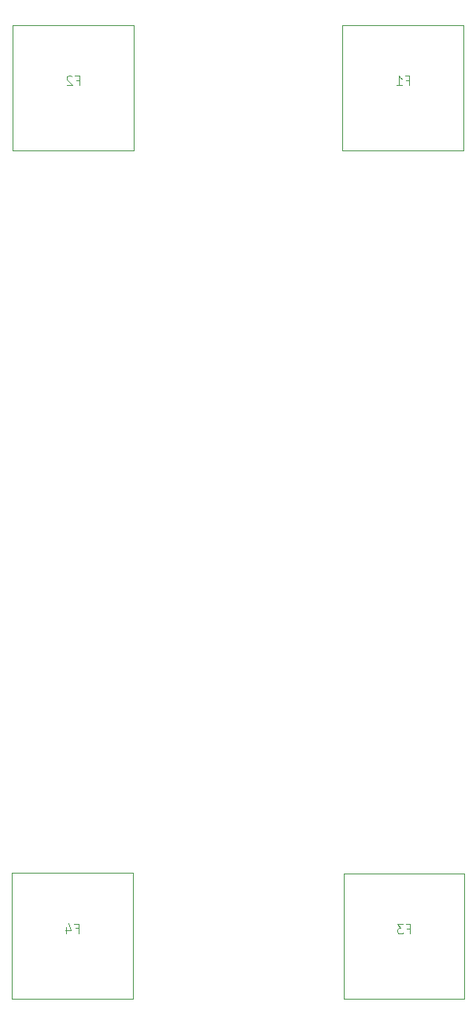
<source format=gbr>
%TF.GenerationSoftware,KiCad,Pcbnew,9.0.7*%
%TF.CreationDate,2026-02-08T19:41:06+11:00*%
%TF.ProjectId,voltage-controlled-amplifier,766f6c74-6167-4652-9d63-6f6e74726f6c,rev?*%
%TF.SameCoordinates,Original*%
%TF.FileFunction,Legend,Bot*%
%TF.FilePolarity,Positive*%
%FSLAX46Y46*%
G04 Gerber Fmt 4.6, Leading zero omitted, Abs format (unit mm)*
G04 Created by KiCad (PCBNEW 9.0.7) date 2026-02-08 19:41:06*
%MOMM*%
%LPD*%
G01*
G04 APERTURE LIST*
%ADD10C,0.100000*%
G04 APERTURE END LIST*
D10*
X57233333Y-142083609D02*
X57566666Y-142083609D01*
X57566666Y-142607419D02*
X57566666Y-141607419D01*
X57566666Y-141607419D02*
X57090476Y-141607419D01*
X56280952Y-141940752D02*
X56280952Y-142607419D01*
X56519047Y-141559800D02*
X56757142Y-142274085D01*
X56757142Y-142274085D02*
X56138095Y-142274085D01*
X92933333Y-142133609D02*
X93266666Y-142133609D01*
X93266666Y-142657419D02*
X93266666Y-141657419D01*
X93266666Y-141657419D02*
X92790476Y-141657419D01*
X92504761Y-141657419D02*
X91885714Y-141657419D01*
X91885714Y-141657419D02*
X92219047Y-142038371D01*
X92219047Y-142038371D02*
X92076190Y-142038371D01*
X92076190Y-142038371D02*
X91980952Y-142085990D01*
X91980952Y-142085990D02*
X91933333Y-142133609D01*
X91933333Y-142133609D02*
X91885714Y-142228847D01*
X91885714Y-142228847D02*
X91885714Y-142466942D01*
X91885714Y-142466942D02*
X91933333Y-142562180D01*
X91933333Y-142562180D02*
X91980952Y-142609800D01*
X91980952Y-142609800D02*
X92076190Y-142657419D01*
X92076190Y-142657419D02*
X92361904Y-142657419D01*
X92361904Y-142657419D02*
X92457142Y-142609800D01*
X92457142Y-142609800D02*
X92504761Y-142562180D01*
X57333333Y-50933609D02*
X57666666Y-50933609D01*
X57666666Y-51457419D02*
X57666666Y-50457419D01*
X57666666Y-50457419D02*
X57190476Y-50457419D01*
X56857142Y-50552657D02*
X56809523Y-50505038D01*
X56809523Y-50505038D02*
X56714285Y-50457419D01*
X56714285Y-50457419D02*
X56476190Y-50457419D01*
X56476190Y-50457419D02*
X56380952Y-50505038D01*
X56380952Y-50505038D02*
X56333333Y-50552657D01*
X56333333Y-50552657D02*
X56285714Y-50647895D01*
X56285714Y-50647895D02*
X56285714Y-50743133D01*
X56285714Y-50743133D02*
X56333333Y-50885990D01*
X56333333Y-50885990D02*
X56904761Y-51457419D01*
X56904761Y-51457419D02*
X56285714Y-51457419D01*
X92833333Y-50933609D02*
X93166666Y-50933609D01*
X93166666Y-51457419D02*
X93166666Y-50457419D01*
X93166666Y-50457419D02*
X92690476Y-50457419D01*
X91785714Y-51457419D02*
X92357142Y-51457419D01*
X92071428Y-51457419D02*
X92071428Y-50457419D01*
X92071428Y-50457419D02*
X92166666Y-50600276D01*
X92166666Y-50600276D02*
X92261904Y-50695514D01*
X92261904Y-50695514D02*
X92357142Y-50743133D01*
%TO.C,F4*%
X63400000Y-136150000D02*
X50400000Y-136150000D01*
X50400000Y-149650000D01*
X63400000Y-149650000D01*
X63400000Y-136150000D01*
%TO.C,F3*%
X99100000Y-136200000D02*
X86100000Y-136200000D01*
X86100000Y-149700000D01*
X99100000Y-149700000D01*
X99100000Y-136200000D01*
%TO.C,F2*%
X63500000Y-45000000D02*
X50500000Y-45000000D01*
X50500000Y-58500000D01*
X63500000Y-58500000D01*
X63500000Y-45000000D01*
%TO.C,F1*%
X99000000Y-45000000D02*
X86000000Y-45000000D01*
X86000000Y-58500000D01*
X99000000Y-58500000D01*
X99000000Y-45000000D01*
%TD*%
M02*

</source>
